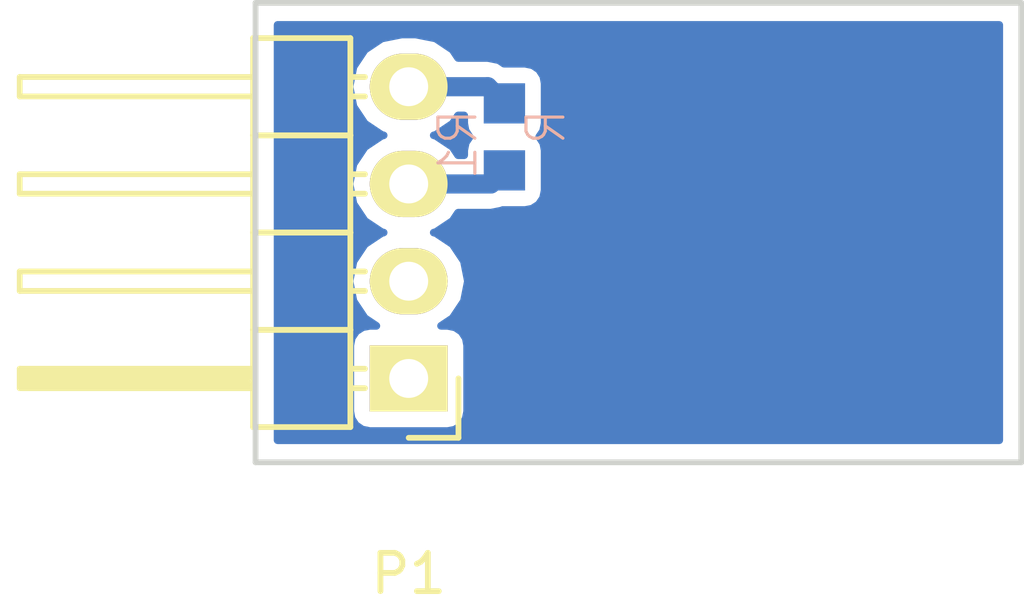
<source format=kicad_pcb>
(kicad_pcb (version 4) (host pcbnew 4.0.1-stable)

  (general
    (links 2)
    (no_connects 0)
    (area -0.075001 -0.075001 20.075001 12.075001)
    (thickness 1.6)
    (drawings 4)
    (tracks 4)
    (zones 0)
    (modules 2)
    (nets 3)
  )

  (page A4)
  (layers
    (0 F.Cu signal)
    (31 B.Cu signal)
    (32 B.Adhes user)
    (33 F.Adhes user)
    (34 B.Paste user)
    (35 F.Paste user)
    (36 B.SilkS user)
    (37 F.SilkS user)
    (38 B.Mask user)
    (39 F.Mask user)
    (40 Dwgs.User user)
    (41 Cmts.User user)
    (42 Eco1.User user)
    (43 Eco2.User user)
    (44 Edge.Cuts user)
    (45 Margin user)
    (46 B.CrtYd user)
    (47 F.CrtYd user)
    (48 B.Fab user)
    (49 F.Fab user)
  )

  (setup
    (last_trace_width 0.5)
    (user_trace_width 0.5)
    (trace_clearance 0.2)
    (zone_clearance 0.4)
    (zone_45_only no)
    (trace_min 0.2)
    (segment_width 0.2)
    (edge_width 0.15)
    (via_size 0.6)
    (via_drill 0.4)
    (via_min_size 0.4)
    (via_min_drill 0.3)
    (uvia_size 0.3)
    (uvia_drill 0.1)
    (uvias_allowed no)
    (uvia_min_size 0.2)
    (uvia_min_drill 0.1)
    (pcb_text_width 0.3)
    (pcb_text_size 1.5 1.5)
    (mod_edge_width 0.15)
    (mod_text_size 1 1)
    (mod_text_width 0.15)
    (pad_size 2.032 1.7272)
    (pad_drill 1.016)
    (pad_to_mask_clearance 0.2)
    (aux_axis_origin 0 0)
    (visible_elements FFFFFF7F)
    (pcbplotparams
      (layerselection 0x00030_80000001)
      (usegerberextensions false)
      (excludeedgelayer true)
      (linewidth 0.100000)
      (plotframeref false)
      (viasonmask false)
      (mode 1)
      (useauxorigin false)
      (hpglpennumber 1)
      (hpglpenspeed 20)
      (hpglpendiameter 15)
      (hpglpenoverlay 2)
      (psnegative false)
      (psa4output false)
      (plotreference true)
      (plotvalue true)
      (plotinvisibletext false)
      (padsonsilk false)
      (subtractmaskfromsilk false)
      (outputformat 1)
      (mirror false)
      (drillshape 1)
      (scaleselection 1)
      (outputdirectory ""))
  )

  (net 0 "")
  (net 1 "Net-(P1-Pad3)")
  (net 2 "Net-(P1-Pad4)")

  (net_class Default "これは標準のネット クラスです。"
    (clearance 0.2)
    (trace_width 0.25)
    (via_dia 0.6)
    (via_drill 0.4)
    (uvia_dia 0.3)
    (uvia_drill 0.1)
    (add_net "Net-(P1-Pad3)")
    (add_net "Net-(P1-Pad4)")
  )

  (module Pin_Headers:Pin_Header_Angled_1x04 (layer F.Cu) (tedit 0) (tstamp 56B7A57A)
    (at 4 9.81 180)
    (descr "Through hole pin header")
    (tags "pin header")
    (path /56B54265)
    (fp_text reference P1 (at 0 -5.1 180) (layer F.SilkS)
      (effects (font (size 1 1) (thickness 0.15)))
    )
    (fp_text value CONN_01X04 (at 0 -3.1 180) (layer F.Fab)
      (effects (font (size 1 1) (thickness 0.15)))
    )
    (fp_line (start -1.5 -1.75) (end -1.5 9.4) (layer F.CrtYd) (width 0.05))
    (fp_line (start 10.65 -1.75) (end 10.65 9.4) (layer F.CrtYd) (width 0.05))
    (fp_line (start -1.5 -1.75) (end 10.65 -1.75) (layer F.CrtYd) (width 0.05))
    (fp_line (start -1.5 9.4) (end 10.65 9.4) (layer F.CrtYd) (width 0.05))
    (fp_line (start -1.3 -1.55) (end -1.3 0) (layer F.SilkS) (width 0.15))
    (fp_line (start 0 -1.55) (end -1.3 -1.55) (layer F.SilkS) (width 0.15))
    (fp_line (start 4.191 -0.127) (end 10.033 -0.127) (layer F.SilkS) (width 0.15))
    (fp_line (start 10.033 -0.127) (end 10.033 0.127) (layer F.SilkS) (width 0.15))
    (fp_line (start 10.033 0.127) (end 4.191 0.127) (layer F.SilkS) (width 0.15))
    (fp_line (start 4.191 0.127) (end 4.191 0) (layer F.SilkS) (width 0.15))
    (fp_line (start 4.191 0) (end 10.033 0) (layer F.SilkS) (width 0.15))
    (fp_line (start 1.524 -0.254) (end 1.143 -0.254) (layer F.SilkS) (width 0.15))
    (fp_line (start 1.524 0.254) (end 1.143 0.254) (layer F.SilkS) (width 0.15))
    (fp_line (start 1.524 2.286) (end 1.143 2.286) (layer F.SilkS) (width 0.15))
    (fp_line (start 1.524 2.794) (end 1.143 2.794) (layer F.SilkS) (width 0.15))
    (fp_line (start 1.524 4.826) (end 1.143 4.826) (layer F.SilkS) (width 0.15))
    (fp_line (start 1.524 5.334) (end 1.143 5.334) (layer F.SilkS) (width 0.15))
    (fp_line (start 1.524 7.874) (end 1.143 7.874) (layer F.SilkS) (width 0.15))
    (fp_line (start 1.524 7.366) (end 1.143 7.366) (layer F.SilkS) (width 0.15))
    (fp_line (start 1.524 -1.27) (end 4.064 -1.27) (layer F.SilkS) (width 0.15))
    (fp_line (start 1.524 1.27) (end 4.064 1.27) (layer F.SilkS) (width 0.15))
    (fp_line (start 1.524 1.27) (end 1.524 3.81) (layer F.SilkS) (width 0.15))
    (fp_line (start 1.524 3.81) (end 4.064 3.81) (layer F.SilkS) (width 0.15))
    (fp_line (start 4.064 2.286) (end 10.16 2.286) (layer F.SilkS) (width 0.15))
    (fp_line (start 10.16 2.286) (end 10.16 2.794) (layer F.SilkS) (width 0.15))
    (fp_line (start 10.16 2.794) (end 4.064 2.794) (layer F.SilkS) (width 0.15))
    (fp_line (start 4.064 3.81) (end 4.064 1.27) (layer F.SilkS) (width 0.15))
    (fp_line (start 4.064 1.27) (end 4.064 -1.27) (layer F.SilkS) (width 0.15))
    (fp_line (start 10.16 0.254) (end 4.064 0.254) (layer F.SilkS) (width 0.15))
    (fp_line (start 10.16 -0.254) (end 10.16 0.254) (layer F.SilkS) (width 0.15))
    (fp_line (start 4.064 -0.254) (end 10.16 -0.254) (layer F.SilkS) (width 0.15))
    (fp_line (start 1.524 1.27) (end 4.064 1.27) (layer F.SilkS) (width 0.15))
    (fp_line (start 1.524 -1.27) (end 1.524 1.27) (layer F.SilkS) (width 0.15))
    (fp_line (start 1.524 6.35) (end 4.064 6.35) (layer F.SilkS) (width 0.15))
    (fp_line (start 1.524 6.35) (end 1.524 8.89) (layer F.SilkS) (width 0.15))
    (fp_line (start 1.524 8.89) (end 4.064 8.89) (layer F.SilkS) (width 0.15))
    (fp_line (start 4.064 7.366) (end 10.16 7.366) (layer F.SilkS) (width 0.15))
    (fp_line (start 10.16 7.366) (end 10.16 7.874) (layer F.SilkS) (width 0.15))
    (fp_line (start 10.16 7.874) (end 4.064 7.874) (layer F.SilkS) (width 0.15))
    (fp_line (start 4.064 8.89) (end 4.064 6.35) (layer F.SilkS) (width 0.15))
    (fp_line (start 4.064 6.35) (end 4.064 3.81) (layer F.SilkS) (width 0.15))
    (fp_line (start 10.16 5.334) (end 4.064 5.334) (layer F.SilkS) (width 0.15))
    (fp_line (start 10.16 4.826) (end 10.16 5.334) (layer F.SilkS) (width 0.15))
    (fp_line (start 4.064 4.826) (end 10.16 4.826) (layer F.SilkS) (width 0.15))
    (fp_line (start 1.524 6.35) (end 4.064 6.35) (layer F.SilkS) (width 0.15))
    (fp_line (start 1.524 3.81) (end 1.524 6.35) (layer F.SilkS) (width 0.15))
    (fp_line (start 1.524 3.81) (end 4.064 3.81) (layer F.SilkS) (width 0.15))
    (pad 1 thru_hole rect (at 0 0 180) (size 2.032 1.7272) (drill 1.016) (layers *.Cu *.Mask F.SilkS))
    (pad 2 thru_hole oval (at 0 2.54 180) (size 2.032 1.7272) (drill 1.016) (layers *.Cu *.Mask F.SilkS))
    (pad 3 thru_hole oval (at 0 5.08 180) (size 2.032 1.7272) (drill 1.016) (layers *.Cu *.Mask F.SilkS)
      (net 1 "Net-(P1-Pad3)"))
    (pad 4 thru_hole oval (at 0 7.62 180) (size 2.032 1.7272) (drill 1.016) (layers *.Cu *.Mask F.SilkS)
      (net 2 "Net-(P1-Pad4)"))
    (model Pin_Headers.3dshapes/Pin_Header_Angled_1x04.wrl
      (at (xyz 0 -0.15 0))
      (scale (xyz 1 1 1))
      (rotate (xyz 0 0 90))
    )
  )

  (module RP_KiCAD_Libs:C0603K (layer B.Cu) (tedit 0) (tstamp 56B7A584)
    (at 6.5 3.5 270)
    (descr "<b>Ceramic Chip Capacitor KEMET 0603 reflow solder</b><p>\nMetric Code Size 1608")
    (path /56B542A6)
    (fp_text reference R1 (at -0.8 0.65 270) (layer B.SilkS)
      (effects (font (size 0.9652 0.9652) (thickness 0.08128)) (justify left bottom mirror))
    )
    (fp_text value R (at -0.8 -1.65 270) (layer B.SilkS)
      (effects (font (size 0.9652 0.9652) (thickness 0.08128)) (justify left bottom mirror))
    )
    (fp_line (start -0.725 0.35) (end 0.725 0.35) (layer Dwgs.User) (width 0.1016))
    (fp_line (start 0.725 -0.35) (end -0.725 -0.35) (layer Dwgs.User) (width 0.1016))
    (fp_poly (pts (xy -0.8 -0.4) (xy -0.45 -0.4) (xy -0.45 0.4) (xy -0.8 0.4)) (layer Dwgs.User) (width 0))
    (fp_poly (pts (xy 0.45 -0.4) (xy 0.8 -0.4) (xy 0.8 0.4) (xy 0.45 0.4)) (layer Dwgs.User) (width 0))
    (pad 1 smd rect (at -0.875 0 270) (size 1.05 1.08) (layers B.Cu B.Paste B.Mask)
      (net 2 "Net-(P1-Pad4)"))
    (pad 2 smd rect (at 0.875 0 270) (size 1.05 1.08) (layers B.Cu B.Paste B.Mask)
      (net 1 "Net-(P1-Pad3)"))
    (model Resistors_SMD.3dshapes/R_0603.wrl
      (at (xyz 0 0 0))
      (scale (xyz 1 1 1))
      (rotate (xyz 0 0 0))
    )
  )

  (gr_line (start 20 0) (end 0 0) (angle 90) (layer Edge.Cuts) (width 0.15))
  (gr_line (start 20 12) (end 20 0) (angle 90) (layer Edge.Cuts) (width 0.15))
  (gr_line (start 0 12) (end 20 12) (angle 90) (layer Edge.Cuts) (width 0.15))
  (gr_line (start 0 0) (end 0 12) (angle 90) (layer Edge.Cuts) (width 0.15))

  (segment (start 4 4.73) (end 6.145 4.73) (width 0.5) (layer B.Cu) (net 1))
  (segment (start 6.145 4.73) (end 6.5 4.375) (width 0.5) (layer B.Cu) (net 1) (tstamp 56B7A60B))
  (segment (start 4 2.19) (end 6.065 2.19) (width 0.5) (layer B.Cu) (net 2))
  (segment (start 6.065 2.19) (end 6.5 2.625) (width 0.5) (layer B.Cu) (net 2) (tstamp 56B7A60E))

  (zone (net 0) (net_name "") (layer B.Cu) (tstamp 56B6A140) (hatch edge 0.508)
    (connect_pads yes (clearance 0.4))
    (min_thickness 0.2)
    (fill yes (arc_segments 16) (thermal_gap 0.508) (thermal_bridge_width 0.508))
    (polygon
      (pts
        (xy 20 12) (xy 0 12) (xy 0 0) (xy 20 0) (xy 20 12)
      )
    )
    (filled_polygon
      (pts
        (xy 19.425 11.425) (xy 0.575 11.425) (xy 0.575 2.19) (xy 2.4543 2.19) (xy 2.558098 2.711827)
        (xy 2.853689 3.154211) (xy 3.296073 3.449802) (xy 3.347342 3.46) (xy 3.296073 3.470198) (xy 2.853689 3.765789)
        (xy 2.558098 4.208173) (xy 2.4543 4.73) (xy 2.558098 5.251827) (xy 2.853689 5.694211) (xy 3.296073 5.989802)
        (xy 3.347342 6) (xy 3.296073 6.010198) (xy 2.853689 6.305789) (xy 2.558098 6.748173) (xy 2.4543 7.27)
        (xy 2.558098 7.791827) (xy 2.853689 8.234211) (xy 3.156594 8.436605) (xy 2.984 8.436605) (xy 2.798711 8.471469)
        (xy 2.628535 8.580975) (xy 2.51437 8.748061) (xy 2.474205 8.9464) (xy 2.474205 10.6736) (xy 2.509069 10.858889)
        (xy 2.618575 11.029065) (xy 2.785661 11.14323) (xy 2.984 11.183395) (xy 5.016 11.183395) (xy 5.201289 11.148531)
        (xy 5.371465 11.039025) (xy 5.48563 10.871939) (xy 5.525795 10.6736) (xy 5.525795 8.9464) (xy 5.490931 8.761111)
        (xy 5.381425 8.590935) (xy 5.214339 8.47677) (xy 5.016 8.436605) (xy 4.843406 8.436605) (xy 5.146311 8.234211)
        (xy 5.441902 7.791827) (xy 5.5457 7.27) (xy 5.441902 6.748173) (xy 5.146311 6.305789) (xy 4.703927 6.010198)
        (xy 4.652658 6) (xy 4.703927 5.989802) (xy 5.146311 5.694211) (xy 5.289442 5.48) (xy 6.145 5.48)
        (xy 6.432013 5.42291) (xy 6.451641 5.409795) (xy 7.04 5.409795) (xy 7.225289 5.374931) (xy 7.395465 5.265425)
        (xy 7.50963 5.098339) (xy 7.549795 4.9) (xy 7.549795 3.85) (xy 7.514931 3.664711) (xy 7.407517 3.497786)
        (xy 7.50963 3.348339) (xy 7.549795 3.15) (xy 7.549795 2.1) (xy 7.514931 1.914711) (xy 7.405425 1.744535)
        (xy 7.238339 1.63037) (xy 7.04 1.590205) (xy 6.491369 1.590205) (xy 6.352013 1.49709) (xy 6.065 1.44)
        (xy 5.289442 1.44) (xy 5.146311 1.225789) (xy 4.703927 0.930198) (xy 4.1821 0.8264) (xy 3.8179 0.8264)
        (xy 3.296073 0.930198) (xy 2.853689 1.225789) (xy 2.558098 1.668173) (xy 2.4543 2.19) (xy 0.575 2.19)
        (xy 0.575 0.575) (xy 19.425 0.575)
      )
    )
    (filled_polygon
      (pts
        (xy 5.450205 3.15) (xy 5.485069 3.335289) (xy 5.592483 3.502214) (xy 5.49037 3.651661) (xy 5.450205 3.85)
        (xy 5.450205 3.98) (xy 5.289442 3.98) (xy 5.146311 3.765789) (xy 4.703927 3.470198) (xy 4.652658 3.46)
        (xy 4.703927 3.449802) (xy 5.146311 3.154211) (xy 5.289442 2.94) (xy 5.450205 2.94)
      )
    )
  )
)

</source>
